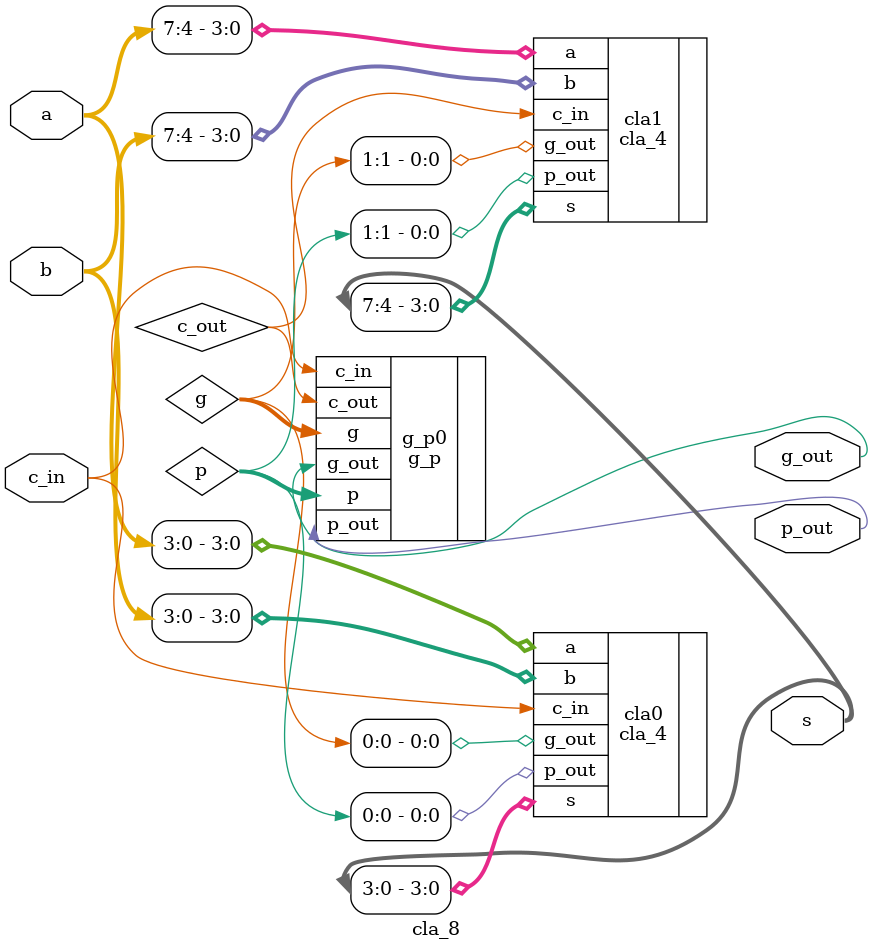
<source format=v>
module cla_8(a, b, c_in, g_out, p_out, s);
	/*********************
	 *	8-bit先行进位Add
	 *input:
	 *	a[7:0]	: cla_8 的第一个8-bit操作数
	 *	b[7:0]	: cla_8 的第二个8-bit操作数
	 *	c_in	: cla_8 的来自下一位的进位
	 *output:
	 *	g_out	: cla_8 的进位产生函数
	 *	p_out	: cla_8 的进位传递函数
	 *	s[7:0]	: cla_8 的加法结果
	 *********************/
	input [7:0] a, b;
	input c_in;
	output g_out, p_out;
	output [7:0] s;
	
	wire [1:0] g, p;
	wire c_out;
	cla_4 cla0(
		.a(a[3:0]), 
		.b(b[3:0]), 
		.c_in(c_in), 
		.g_out(g[0]), 
		.p_out(p[0]), 
		.s(s[3:0])
	);
	cla_4 cla1(
		.a(a[7:4]), 
		.b(b[7:4]), 
		.c_in(c_out), 
		.g_out(g[1]), 
		.p_out(p[1]), 
		.s(s[7:4])
	);
	g_p g_p0(
		.g(g), 
		.p(p), 
		.c_in(c_in), 
		.g_out(g_out), 
		.p_out(p_out), 
		.c_out(c_out)
	);
endmodule
</source>
